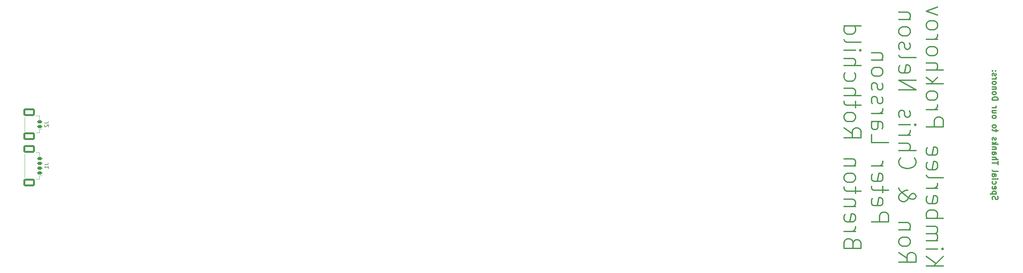
<source format=gbo>
G04 #@! TF.GenerationSoftware,KiCad,Pcbnew,(6.0.4-0)*
G04 #@! TF.CreationDate,2022-06-29T10:28:42-05:00*
G04 #@! TF.ProjectId,X-,582d2e6b-6963-4616-945f-706362585858,4*
G04 #@! TF.SameCoordinates,Original*
G04 #@! TF.FileFunction,Legend,Bot*
G04 #@! TF.FilePolarity,Positive*
%FSLAX46Y46*%
G04 Gerber Fmt 4.6, Leading zero omitted, Abs format (unit mm)*
G04 Created by KiCad (PCBNEW (6.0.4-0)) date 2022-06-29 10:28:42*
%MOMM*%
%LPD*%
G01*
G04 APERTURE LIST*
G04 Aperture macros list*
%AMRoundRect*
0 Rectangle with rounded corners*
0 $1 Rounding radius*
0 $2 $3 $4 $5 $6 $7 $8 $9 X,Y pos of 4 corners*
0 Add a 4 corners polygon primitive as box body*
4,1,4,$2,$3,$4,$5,$6,$7,$8,$9,$2,$3,0*
0 Add four circle primitives for the rounded corners*
1,1,$1+$1,$2,$3*
1,1,$1+$1,$4,$5*
1,1,$1+$1,$6,$7*
1,1,$1+$1,$8,$9*
0 Add four rect primitives between the rounded corners*
20,1,$1+$1,$2,$3,$4,$5,0*
20,1,$1+$1,$4,$5,$6,$7,0*
20,1,$1+$1,$6,$7,$8,$9,0*
20,1,$1+$1,$8,$9,$2,$3,0*%
G04 Aperture macros list end*
%ADD10C,0.300000*%
%ADD11C,0.150000*%
%ADD12C,0.120000*%
%ADD13RoundRect,0.200000X0.450000X-0.200000X0.450000X0.200000X-0.450000X0.200000X-0.450000X-0.200000X0*%
%ADD14RoundRect,0.250000X1.250000X-0.800000X1.250000X0.800000X-1.250000X0.800000X-1.250000X-0.800000X0*%
G04 APERTURE END LIST*
D10*
X346102857Y-158041428D02*
X346031428Y-157827142D01*
X346031428Y-157470000D01*
X346102857Y-157327142D01*
X346174285Y-157255714D01*
X346317142Y-157184285D01*
X346460000Y-157184285D01*
X346602857Y-157255714D01*
X346674285Y-157327142D01*
X346745714Y-157470000D01*
X346817142Y-157755714D01*
X346888571Y-157898571D01*
X346960000Y-157970000D01*
X347102857Y-158041428D01*
X347245714Y-158041428D01*
X347388571Y-157970000D01*
X347460000Y-157898571D01*
X347531428Y-157755714D01*
X347531428Y-157398571D01*
X347460000Y-157184285D01*
X347031428Y-156541428D02*
X345531428Y-156541428D01*
X346960000Y-156541428D02*
X347031428Y-156398571D01*
X347031428Y-156112857D01*
X346960000Y-155970000D01*
X346888571Y-155898571D01*
X346745714Y-155827142D01*
X346317142Y-155827142D01*
X346174285Y-155898571D01*
X346102857Y-155970000D01*
X346031428Y-156112857D01*
X346031428Y-156398571D01*
X346102857Y-156541428D01*
X346102857Y-154612857D02*
X346031428Y-154755714D01*
X346031428Y-155041428D01*
X346102857Y-155184285D01*
X346245714Y-155255714D01*
X346817142Y-155255714D01*
X346960000Y-155184285D01*
X347031428Y-155041428D01*
X347031428Y-154755714D01*
X346960000Y-154612857D01*
X346817142Y-154541428D01*
X346674285Y-154541428D01*
X346531428Y-155255714D01*
X346102857Y-153255714D02*
X346031428Y-153398571D01*
X346031428Y-153684285D01*
X346102857Y-153827142D01*
X346174285Y-153898571D01*
X346317142Y-153970000D01*
X346745714Y-153970000D01*
X346888571Y-153898571D01*
X346960000Y-153827142D01*
X347031428Y-153684285D01*
X347031428Y-153398571D01*
X346960000Y-153255714D01*
X346031428Y-152612857D02*
X347031428Y-152612857D01*
X347531428Y-152612857D02*
X347460000Y-152684285D01*
X347388571Y-152612857D01*
X347460000Y-152541428D01*
X347531428Y-152612857D01*
X347388571Y-152612857D01*
X346031428Y-151255714D02*
X346817142Y-151255714D01*
X346960000Y-151327142D01*
X347031428Y-151470000D01*
X347031428Y-151755714D01*
X346960000Y-151898571D01*
X346102857Y-151255714D02*
X346031428Y-151398571D01*
X346031428Y-151755714D01*
X346102857Y-151898571D01*
X346245714Y-151970000D01*
X346388571Y-151970000D01*
X346531428Y-151898571D01*
X346602857Y-151755714D01*
X346602857Y-151398571D01*
X346674285Y-151255714D01*
X346031428Y-150327142D02*
X346102857Y-150470000D01*
X346245714Y-150541428D01*
X347531428Y-150541428D01*
X347531428Y-148827142D02*
X347531428Y-147970000D01*
X346031428Y-148398571D02*
X347531428Y-148398571D01*
X346031428Y-147470000D02*
X347531428Y-147470000D01*
X346031428Y-146827142D02*
X346817142Y-146827142D01*
X346960000Y-146898571D01*
X347031428Y-147041428D01*
X347031428Y-147255714D01*
X346960000Y-147398571D01*
X346888571Y-147470000D01*
X346031428Y-145470000D02*
X346817142Y-145470000D01*
X346960000Y-145541428D01*
X347031428Y-145684285D01*
X347031428Y-145970000D01*
X346960000Y-146112857D01*
X346102857Y-145470000D02*
X346031428Y-145612857D01*
X346031428Y-145970000D01*
X346102857Y-146112857D01*
X346245714Y-146184285D01*
X346388571Y-146184285D01*
X346531428Y-146112857D01*
X346602857Y-145970000D01*
X346602857Y-145612857D01*
X346674285Y-145470000D01*
X347031428Y-144755714D02*
X346031428Y-144755714D01*
X346888571Y-144755714D02*
X346960000Y-144684285D01*
X347031428Y-144541428D01*
X347031428Y-144327142D01*
X346960000Y-144184285D01*
X346817142Y-144112857D01*
X346031428Y-144112857D01*
X346031428Y-143398571D02*
X347531428Y-143398571D01*
X346602857Y-143255714D02*
X346031428Y-142827142D01*
X347031428Y-142827142D02*
X346460000Y-143398571D01*
X346102857Y-142255714D02*
X346031428Y-142112857D01*
X346031428Y-141827142D01*
X346102857Y-141684285D01*
X346245714Y-141612857D01*
X346317142Y-141612857D01*
X346460000Y-141684285D01*
X346531428Y-141827142D01*
X346531428Y-142041428D01*
X346602857Y-142184285D01*
X346745714Y-142255714D01*
X346817142Y-142255714D01*
X346960000Y-142184285D01*
X347031428Y-142041428D01*
X347031428Y-141827142D01*
X346960000Y-141684285D01*
X347031428Y-140041428D02*
X347031428Y-139470000D01*
X347531428Y-139827142D02*
X346245714Y-139827142D01*
X346102857Y-139755714D01*
X346031428Y-139612857D01*
X346031428Y-139470000D01*
X346031428Y-138755714D02*
X346102857Y-138898571D01*
X346174285Y-138970000D01*
X346317142Y-139041428D01*
X346745714Y-139041428D01*
X346888571Y-138970000D01*
X346960000Y-138898571D01*
X347031428Y-138755714D01*
X347031428Y-138541428D01*
X346960000Y-138398571D01*
X346888571Y-138327142D01*
X346745714Y-138255714D01*
X346317142Y-138255714D01*
X346174285Y-138327142D01*
X346102857Y-138398571D01*
X346031428Y-138541428D01*
X346031428Y-138755714D01*
X346031428Y-136255714D02*
X346102857Y-136398571D01*
X346174285Y-136470000D01*
X346317142Y-136541428D01*
X346745714Y-136541428D01*
X346888571Y-136470000D01*
X346960000Y-136398571D01*
X347031428Y-136255714D01*
X347031428Y-136041428D01*
X346960000Y-135898571D01*
X346888571Y-135827142D01*
X346745714Y-135755714D01*
X346317142Y-135755714D01*
X346174285Y-135827142D01*
X346102857Y-135898571D01*
X346031428Y-136041428D01*
X346031428Y-136255714D01*
X347031428Y-134470000D02*
X346031428Y-134470000D01*
X347031428Y-135112857D02*
X346245714Y-135112857D01*
X346102857Y-135041428D01*
X346031428Y-134898571D01*
X346031428Y-134684285D01*
X346102857Y-134541428D01*
X346174285Y-134470000D01*
X346031428Y-133755714D02*
X347031428Y-133755714D01*
X346745714Y-133755714D02*
X346888571Y-133684285D01*
X346960000Y-133612857D01*
X347031428Y-133470000D01*
X347031428Y-133327142D01*
X346031428Y-131684285D02*
X347531428Y-131684285D01*
X347531428Y-131327142D01*
X347460000Y-131112857D01*
X347317142Y-130970000D01*
X347174285Y-130898571D01*
X346888571Y-130827142D01*
X346674285Y-130827142D01*
X346388571Y-130898571D01*
X346245714Y-130970000D01*
X346102857Y-131112857D01*
X346031428Y-131327142D01*
X346031428Y-131684285D01*
X346031428Y-129970000D02*
X346102857Y-130112857D01*
X346174285Y-130184285D01*
X346317142Y-130255714D01*
X346745714Y-130255714D01*
X346888571Y-130184285D01*
X346960000Y-130112857D01*
X347031428Y-129970000D01*
X347031428Y-129755714D01*
X346960000Y-129612857D01*
X346888571Y-129541428D01*
X346745714Y-129470000D01*
X346317142Y-129470000D01*
X346174285Y-129541428D01*
X346102857Y-129612857D01*
X346031428Y-129755714D01*
X346031428Y-129970000D01*
X347031428Y-128827142D02*
X346031428Y-128827142D01*
X346888571Y-128827142D02*
X346960000Y-128755714D01*
X347031428Y-128612857D01*
X347031428Y-128398571D01*
X346960000Y-128255714D01*
X346817142Y-128184285D01*
X346031428Y-128184285D01*
X346031428Y-127255714D02*
X346102857Y-127398571D01*
X346174285Y-127470000D01*
X346317142Y-127541428D01*
X346745714Y-127541428D01*
X346888571Y-127470000D01*
X346960000Y-127398571D01*
X347031428Y-127255714D01*
X347031428Y-127041428D01*
X346960000Y-126898571D01*
X346888571Y-126827142D01*
X346745714Y-126755714D01*
X346317142Y-126755714D01*
X346174285Y-126827142D01*
X346102857Y-126898571D01*
X346031428Y-127041428D01*
X346031428Y-127255714D01*
X346031428Y-126112857D02*
X347031428Y-126112857D01*
X346745714Y-126112857D02*
X346888571Y-126041428D01*
X346960000Y-125970000D01*
X347031428Y-125827142D01*
X347031428Y-125684285D01*
X346102857Y-125255714D02*
X346031428Y-125112857D01*
X346031428Y-124827142D01*
X346102857Y-124684285D01*
X346245714Y-124612857D01*
X346317142Y-124612857D01*
X346460000Y-124684285D01*
X346531428Y-124827142D01*
X346531428Y-125041428D01*
X346602857Y-125184285D01*
X346745714Y-125255714D01*
X346817142Y-125255714D01*
X346960000Y-125184285D01*
X347031428Y-125041428D01*
X347031428Y-124827142D01*
X346960000Y-124684285D01*
X346174285Y-123970000D02*
X346102857Y-123898571D01*
X346031428Y-123970000D01*
X346102857Y-124041428D01*
X346174285Y-123970000D01*
X346031428Y-123970000D01*
X346960000Y-123970000D02*
X346888571Y-123898571D01*
X346817142Y-123970000D01*
X346888571Y-124041428D01*
X346960000Y-123970000D01*
X346817142Y-123970000D01*
X328561785Y-175621428D02*
X333061785Y-175621428D01*
X328561785Y-173050000D02*
X331133214Y-174978571D01*
X333061785Y-173050000D02*
X330490357Y-175621428D01*
X328561785Y-171121428D02*
X331561785Y-171121428D01*
X333061785Y-171121428D02*
X332847500Y-171335714D01*
X332633214Y-171121428D01*
X332847500Y-170907142D01*
X333061785Y-171121428D01*
X332633214Y-171121428D01*
X328561785Y-168978571D02*
X331561785Y-168978571D01*
X331133214Y-168978571D02*
X331347500Y-168764285D01*
X331561785Y-168335714D01*
X331561785Y-167692857D01*
X331347500Y-167264285D01*
X330918928Y-167050000D01*
X328561785Y-167050000D01*
X330918928Y-167050000D02*
X331347500Y-166835714D01*
X331561785Y-166407142D01*
X331561785Y-165764285D01*
X331347500Y-165335714D01*
X330918928Y-165121428D01*
X328561785Y-165121428D01*
X328561785Y-162978571D02*
X333061785Y-162978571D01*
X331347500Y-162978571D02*
X331561785Y-162550000D01*
X331561785Y-161692857D01*
X331347500Y-161264285D01*
X331133214Y-161050000D01*
X330704642Y-160835714D01*
X329418928Y-160835714D01*
X328990357Y-161050000D01*
X328776071Y-161264285D01*
X328561785Y-161692857D01*
X328561785Y-162550000D01*
X328776071Y-162978571D01*
X328776071Y-157192857D02*
X328561785Y-157621428D01*
X328561785Y-158478571D01*
X328776071Y-158907142D01*
X329204642Y-159121428D01*
X330918928Y-159121428D01*
X331347500Y-158907142D01*
X331561785Y-158478571D01*
X331561785Y-157621428D01*
X331347500Y-157192857D01*
X330918928Y-156978571D01*
X330490357Y-156978571D01*
X330061785Y-159121428D01*
X328561785Y-155050000D02*
X331561785Y-155050000D01*
X330704642Y-155050000D02*
X331133214Y-154835714D01*
X331347500Y-154621428D01*
X331561785Y-154192857D01*
X331561785Y-153764285D01*
X328561785Y-151621428D02*
X328776071Y-152050000D01*
X329204642Y-152264285D01*
X333061785Y-152264285D01*
X328776071Y-148192857D02*
X328561785Y-148621428D01*
X328561785Y-149478571D01*
X328776071Y-149907142D01*
X329204642Y-150121428D01*
X330918928Y-150121428D01*
X331347500Y-149907142D01*
X331561785Y-149478571D01*
X331561785Y-148621428D01*
X331347500Y-148192857D01*
X330918928Y-147978571D01*
X330490357Y-147978571D01*
X330061785Y-150121428D01*
X328776071Y-144335714D02*
X328561785Y-144764285D01*
X328561785Y-145621428D01*
X328776071Y-146050000D01*
X329204642Y-146264285D01*
X330918928Y-146264285D01*
X331347500Y-146050000D01*
X331561785Y-145621428D01*
X331561785Y-144764285D01*
X331347500Y-144335714D01*
X330918928Y-144121428D01*
X330490357Y-144121428D01*
X330061785Y-146264285D01*
X328561785Y-138764285D02*
X333061785Y-138764285D01*
X333061785Y-137050000D01*
X332847500Y-136621428D01*
X332633214Y-136407142D01*
X332204642Y-136192857D01*
X331561785Y-136192857D01*
X331133214Y-136407142D01*
X330918928Y-136621428D01*
X330704642Y-137050000D01*
X330704642Y-138764285D01*
X328561785Y-134264285D02*
X331561785Y-134264285D01*
X330704642Y-134264285D02*
X331133214Y-134050000D01*
X331347500Y-133835714D01*
X331561785Y-133407142D01*
X331561785Y-132978571D01*
X328561785Y-130835714D02*
X328776071Y-131264285D01*
X328990357Y-131478571D01*
X329418928Y-131692857D01*
X330704642Y-131692857D01*
X331133214Y-131478571D01*
X331347500Y-131264285D01*
X331561785Y-130835714D01*
X331561785Y-130192857D01*
X331347500Y-129764285D01*
X331133214Y-129550000D01*
X330704642Y-129335714D01*
X329418928Y-129335714D01*
X328990357Y-129550000D01*
X328776071Y-129764285D01*
X328561785Y-130192857D01*
X328561785Y-130835714D01*
X328561785Y-127407142D02*
X333061785Y-127407142D01*
X330276071Y-126978571D02*
X328561785Y-125692857D01*
X331561785Y-125692857D02*
X329847500Y-127407142D01*
X328561785Y-123764285D02*
X333061785Y-123764285D01*
X328561785Y-121835714D02*
X330918928Y-121835714D01*
X331347500Y-122050000D01*
X331561785Y-122478571D01*
X331561785Y-123121428D01*
X331347500Y-123550000D01*
X331133214Y-123764285D01*
X328561785Y-119050000D02*
X328776071Y-119478571D01*
X328990357Y-119692857D01*
X329418928Y-119907142D01*
X330704642Y-119907142D01*
X331133214Y-119692857D01*
X331347500Y-119478571D01*
X331561785Y-119050000D01*
X331561785Y-118407142D01*
X331347500Y-117978571D01*
X331133214Y-117764285D01*
X330704642Y-117550000D01*
X329418928Y-117550000D01*
X328990357Y-117764285D01*
X328776071Y-117978571D01*
X328561785Y-118407142D01*
X328561785Y-119050000D01*
X328561785Y-115621428D02*
X331561785Y-115621428D01*
X330704642Y-115621428D02*
X331133214Y-115407142D01*
X331347500Y-115192857D01*
X331561785Y-114764285D01*
X331561785Y-114335714D01*
X328561785Y-112192857D02*
X328776071Y-112621428D01*
X328990357Y-112835714D01*
X329418928Y-113050000D01*
X330704642Y-113050000D01*
X331133214Y-112835714D01*
X331347500Y-112621428D01*
X331561785Y-112192857D01*
X331561785Y-111550000D01*
X331347500Y-111121428D01*
X331133214Y-110907142D01*
X330704642Y-110692857D01*
X329418928Y-110692857D01*
X328990357Y-110907142D01*
X328776071Y-111121428D01*
X328561785Y-111550000D01*
X328561785Y-112192857D01*
X331561785Y-109192857D02*
X328561785Y-108121428D01*
X331561785Y-107050000D01*
X321316785Y-172085714D02*
X323459642Y-173585714D01*
X321316785Y-174657142D02*
X325816785Y-174657142D01*
X325816785Y-172942857D01*
X325602500Y-172514285D01*
X325388214Y-172300000D01*
X324959642Y-172085714D01*
X324316785Y-172085714D01*
X323888214Y-172300000D01*
X323673928Y-172514285D01*
X323459642Y-172942857D01*
X323459642Y-174657142D01*
X321316785Y-169514285D02*
X321531071Y-169942857D01*
X321745357Y-170157142D01*
X322173928Y-170371428D01*
X323459642Y-170371428D01*
X323888214Y-170157142D01*
X324102500Y-169942857D01*
X324316785Y-169514285D01*
X324316785Y-168871428D01*
X324102500Y-168442857D01*
X323888214Y-168228571D01*
X323459642Y-168014285D01*
X322173928Y-168014285D01*
X321745357Y-168228571D01*
X321531071Y-168442857D01*
X321316785Y-168871428D01*
X321316785Y-169514285D01*
X324316785Y-166085714D02*
X321316785Y-166085714D01*
X323888214Y-166085714D02*
X324102500Y-165871428D01*
X324316785Y-165442857D01*
X324316785Y-164800000D01*
X324102500Y-164371428D01*
X323673928Y-164157142D01*
X321316785Y-164157142D01*
X321316785Y-154942857D02*
X321316785Y-155157142D01*
X321531071Y-155585714D01*
X322173928Y-156228571D01*
X323459642Y-157300000D01*
X324102500Y-157728571D01*
X324745357Y-157942857D01*
X325173928Y-157942857D01*
X325602500Y-157728571D01*
X325816785Y-157300000D01*
X325816785Y-157085714D01*
X325602500Y-156657142D01*
X325173928Y-156442857D01*
X324959642Y-156442857D01*
X324531071Y-156657142D01*
X324316785Y-156871428D01*
X323459642Y-158157142D01*
X323245357Y-158371428D01*
X322816785Y-158585714D01*
X322173928Y-158585714D01*
X321745357Y-158371428D01*
X321531071Y-158157142D01*
X321316785Y-157728571D01*
X321316785Y-157085714D01*
X321531071Y-156657142D01*
X321745357Y-156442857D01*
X322602500Y-155800000D01*
X323245357Y-155585714D01*
X323673928Y-155585714D01*
X321745357Y-147014285D02*
X321531071Y-147228571D01*
X321316785Y-147871428D01*
X321316785Y-148300000D01*
X321531071Y-148942857D01*
X321959642Y-149371428D01*
X322388214Y-149585714D01*
X323245357Y-149800000D01*
X323888214Y-149800000D01*
X324745357Y-149585714D01*
X325173928Y-149371428D01*
X325602500Y-148942857D01*
X325816785Y-148300000D01*
X325816785Y-147871428D01*
X325602500Y-147228571D01*
X325388214Y-147014285D01*
X321316785Y-145085714D02*
X325816785Y-145085714D01*
X321316785Y-143157142D02*
X323673928Y-143157142D01*
X324102500Y-143371428D01*
X324316785Y-143800000D01*
X324316785Y-144442857D01*
X324102500Y-144871428D01*
X323888214Y-145085714D01*
X321316785Y-141014285D02*
X324316785Y-141014285D01*
X323459642Y-141014285D02*
X323888214Y-140800000D01*
X324102500Y-140585714D01*
X324316785Y-140157142D01*
X324316785Y-139728571D01*
X321316785Y-138228571D02*
X324316785Y-138228571D01*
X325816785Y-138228571D02*
X325602500Y-138442857D01*
X325388214Y-138228571D01*
X325602500Y-138014285D01*
X325816785Y-138228571D01*
X325388214Y-138228571D01*
X321531071Y-136300000D02*
X321316785Y-135871428D01*
X321316785Y-135014285D01*
X321531071Y-134585714D01*
X321959642Y-134371428D01*
X322173928Y-134371428D01*
X322602500Y-134585714D01*
X322816785Y-135014285D01*
X322816785Y-135657142D01*
X323031071Y-136085714D01*
X323459642Y-136300000D01*
X323673928Y-136300000D01*
X324102500Y-136085714D01*
X324316785Y-135657142D01*
X324316785Y-135014285D01*
X324102500Y-134585714D01*
X321316785Y-129014285D02*
X325816785Y-129014285D01*
X321316785Y-126442857D01*
X325816785Y-126442857D01*
X321531071Y-122585714D02*
X321316785Y-123014285D01*
X321316785Y-123871428D01*
X321531071Y-124300000D01*
X321959642Y-124514285D01*
X323673928Y-124514285D01*
X324102500Y-124300000D01*
X324316785Y-123871428D01*
X324316785Y-123014285D01*
X324102500Y-122585714D01*
X323673928Y-122371428D01*
X323245357Y-122371428D01*
X322816785Y-124514285D01*
X321316785Y-119800000D02*
X321531071Y-120228571D01*
X321959642Y-120442857D01*
X325816785Y-120442857D01*
X321531071Y-118300000D02*
X321316785Y-117871428D01*
X321316785Y-117014285D01*
X321531071Y-116585714D01*
X321959642Y-116371428D01*
X322173928Y-116371428D01*
X322602500Y-116585714D01*
X322816785Y-117014285D01*
X322816785Y-117657142D01*
X323031071Y-118085714D01*
X323459642Y-118300000D01*
X323673928Y-118300000D01*
X324102500Y-118085714D01*
X324316785Y-117657142D01*
X324316785Y-117014285D01*
X324102500Y-116585714D01*
X321316785Y-113800000D02*
X321531071Y-114228571D01*
X321745357Y-114442857D01*
X322173928Y-114657142D01*
X323459642Y-114657142D01*
X323888214Y-114442857D01*
X324102500Y-114228571D01*
X324316785Y-113800000D01*
X324316785Y-113157142D01*
X324102500Y-112728571D01*
X323888214Y-112514285D01*
X323459642Y-112300000D01*
X322173928Y-112300000D01*
X321745357Y-112514285D01*
X321531071Y-112728571D01*
X321316785Y-113157142D01*
X321316785Y-113800000D01*
X324316785Y-110371428D02*
X321316785Y-110371428D01*
X323888214Y-110371428D02*
X324102500Y-110157142D01*
X324316785Y-109728571D01*
X324316785Y-109085714D01*
X324102500Y-108657142D01*
X323673928Y-108442857D01*
X321316785Y-108442857D01*
X314071785Y-163942857D02*
X318571785Y-163942857D01*
X318571785Y-162228571D01*
X318357500Y-161800000D01*
X318143214Y-161585714D01*
X317714642Y-161371428D01*
X317071785Y-161371428D01*
X316643214Y-161585714D01*
X316428928Y-161800000D01*
X316214642Y-162228571D01*
X316214642Y-163942857D01*
X314286071Y-157728571D02*
X314071785Y-158157142D01*
X314071785Y-159014285D01*
X314286071Y-159442857D01*
X314714642Y-159657142D01*
X316428928Y-159657142D01*
X316857500Y-159442857D01*
X317071785Y-159014285D01*
X317071785Y-158157142D01*
X316857500Y-157728571D01*
X316428928Y-157514285D01*
X316000357Y-157514285D01*
X315571785Y-159657142D01*
X317071785Y-156228571D02*
X317071785Y-154514285D01*
X318571785Y-155585714D02*
X314714642Y-155585714D01*
X314286071Y-155371428D01*
X314071785Y-154942857D01*
X314071785Y-154514285D01*
X314286071Y-151300000D02*
X314071785Y-151728571D01*
X314071785Y-152585714D01*
X314286071Y-153014285D01*
X314714642Y-153228571D01*
X316428928Y-153228571D01*
X316857500Y-153014285D01*
X317071785Y-152585714D01*
X317071785Y-151728571D01*
X316857500Y-151300000D01*
X316428928Y-151085714D01*
X316000357Y-151085714D01*
X315571785Y-153228571D01*
X314071785Y-149157142D02*
X317071785Y-149157142D01*
X316214642Y-149157142D02*
X316643214Y-148942857D01*
X316857500Y-148728571D01*
X317071785Y-148300000D01*
X317071785Y-147871428D01*
X314071785Y-140800000D02*
X314071785Y-142942857D01*
X318571785Y-142942857D01*
X314071785Y-137371428D02*
X316428928Y-137371428D01*
X316857500Y-137585714D01*
X317071785Y-138014285D01*
X317071785Y-138871428D01*
X316857500Y-139300000D01*
X314286071Y-137371428D02*
X314071785Y-137800000D01*
X314071785Y-138871428D01*
X314286071Y-139300000D01*
X314714642Y-139514285D01*
X315143214Y-139514285D01*
X315571785Y-139300000D01*
X315786071Y-138871428D01*
X315786071Y-137800000D01*
X316000357Y-137371428D01*
X314071785Y-135228571D02*
X317071785Y-135228571D01*
X316214642Y-135228571D02*
X316643214Y-135014285D01*
X316857500Y-134800000D01*
X317071785Y-134371428D01*
X317071785Y-133942857D01*
X314286071Y-132657142D02*
X314071785Y-132228571D01*
X314071785Y-131371428D01*
X314286071Y-130942857D01*
X314714642Y-130728571D01*
X314928928Y-130728571D01*
X315357500Y-130942857D01*
X315571785Y-131371428D01*
X315571785Y-132014285D01*
X315786071Y-132442857D01*
X316214642Y-132657142D01*
X316428928Y-132657142D01*
X316857500Y-132442857D01*
X317071785Y-132014285D01*
X317071785Y-131371428D01*
X316857500Y-130942857D01*
X314286071Y-129014285D02*
X314071785Y-128585714D01*
X314071785Y-127728571D01*
X314286071Y-127300000D01*
X314714642Y-127085714D01*
X314928928Y-127085714D01*
X315357500Y-127300000D01*
X315571785Y-127728571D01*
X315571785Y-128371428D01*
X315786071Y-128800000D01*
X316214642Y-129014285D01*
X316428928Y-129014285D01*
X316857500Y-128800000D01*
X317071785Y-128371428D01*
X317071785Y-127728571D01*
X316857500Y-127300000D01*
X314071785Y-124514285D02*
X314286071Y-124942857D01*
X314500357Y-125157142D01*
X314928928Y-125371428D01*
X316214642Y-125371428D01*
X316643214Y-125157142D01*
X316857500Y-124942857D01*
X317071785Y-124514285D01*
X317071785Y-123871428D01*
X316857500Y-123442857D01*
X316643214Y-123228571D01*
X316214642Y-123014285D01*
X314928928Y-123014285D01*
X314500357Y-123228571D01*
X314286071Y-123442857D01*
X314071785Y-123871428D01*
X314071785Y-124514285D01*
X317071785Y-121085714D02*
X314071785Y-121085714D01*
X316643214Y-121085714D02*
X316857500Y-120871428D01*
X317071785Y-120442857D01*
X317071785Y-119800000D01*
X316857500Y-119371428D01*
X316428928Y-119157142D01*
X314071785Y-119157142D01*
X309183928Y-169514285D02*
X308969642Y-168871428D01*
X308755357Y-168657142D01*
X308326785Y-168442857D01*
X307683928Y-168442857D01*
X307255357Y-168657142D01*
X307041071Y-168871428D01*
X306826785Y-169300000D01*
X306826785Y-171014285D01*
X311326785Y-171014285D01*
X311326785Y-169514285D01*
X311112500Y-169085714D01*
X310898214Y-168871428D01*
X310469642Y-168657142D01*
X310041071Y-168657142D01*
X309612500Y-168871428D01*
X309398214Y-169085714D01*
X309183928Y-169514285D01*
X309183928Y-171014285D01*
X306826785Y-166514285D02*
X309826785Y-166514285D01*
X308969642Y-166514285D02*
X309398214Y-166300000D01*
X309612500Y-166085714D01*
X309826785Y-165657142D01*
X309826785Y-165228571D01*
X307041071Y-162014285D02*
X306826785Y-162442857D01*
X306826785Y-163300000D01*
X307041071Y-163728571D01*
X307469642Y-163942857D01*
X309183928Y-163942857D01*
X309612500Y-163728571D01*
X309826785Y-163300000D01*
X309826785Y-162442857D01*
X309612500Y-162014285D01*
X309183928Y-161800000D01*
X308755357Y-161800000D01*
X308326785Y-163942857D01*
X309826785Y-159871428D02*
X306826785Y-159871428D01*
X309398214Y-159871428D02*
X309612500Y-159657142D01*
X309826785Y-159228571D01*
X309826785Y-158585714D01*
X309612500Y-158157142D01*
X309183928Y-157942857D01*
X306826785Y-157942857D01*
X309826785Y-156442857D02*
X309826785Y-154728571D01*
X311326785Y-155800000D02*
X307469642Y-155800000D01*
X307041071Y-155585714D01*
X306826785Y-155157142D01*
X306826785Y-154728571D01*
X306826785Y-152585714D02*
X307041071Y-153014285D01*
X307255357Y-153228571D01*
X307683928Y-153442857D01*
X308969642Y-153442857D01*
X309398214Y-153228571D01*
X309612500Y-153014285D01*
X309826785Y-152585714D01*
X309826785Y-151942857D01*
X309612500Y-151514285D01*
X309398214Y-151300000D01*
X308969642Y-151085714D01*
X307683928Y-151085714D01*
X307255357Y-151300000D01*
X307041071Y-151514285D01*
X306826785Y-151942857D01*
X306826785Y-152585714D01*
X309826785Y-149157142D02*
X306826785Y-149157142D01*
X309398214Y-149157142D02*
X309612500Y-148942857D01*
X309826785Y-148514285D01*
X309826785Y-147871428D01*
X309612500Y-147442857D01*
X309183928Y-147228571D01*
X306826785Y-147228571D01*
X306826785Y-139085714D02*
X308969642Y-140585714D01*
X306826785Y-141657142D02*
X311326785Y-141657142D01*
X311326785Y-139942857D01*
X311112500Y-139514285D01*
X310898214Y-139300000D01*
X310469642Y-139085714D01*
X309826785Y-139085714D01*
X309398214Y-139300000D01*
X309183928Y-139514285D01*
X308969642Y-139942857D01*
X308969642Y-141657142D01*
X306826785Y-136514285D02*
X307041071Y-136942857D01*
X307255357Y-137157142D01*
X307683928Y-137371428D01*
X308969642Y-137371428D01*
X309398214Y-137157142D01*
X309612500Y-136942857D01*
X309826785Y-136514285D01*
X309826785Y-135871428D01*
X309612500Y-135442857D01*
X309398214Y-135228571D01*
X308969642Y-135014285D01*
X307683928Y-135014285D01*
X307255357Y-135228571D01*
X307041071Y-135442857D01*
X306826785Y-135871428D01*
X306826785Y-136514285D01*
X309826785Y-133728571D02*
X309826785Y-132014285D01*
X311326785Y-133085714D02*
X307469642Y-133085714D01*
X307041071Y-132871428D01*
X306826785Y-132442857D01*
X306826785Y-132014285D01*
X306826785Y-130514285D02*
X311326785Y-130514285D01*
X306826785Y-128585714D02*
X309183928Y-128585714D01*
X309612500Y-128800000D01*
X309826785Y-129228571D01*
X309826785Y-129871428D01*
X309612500Y-130300000D01*
X309398214Y-130514285D01*
X307041071Y-124514285D02*
X306826785Y-124942857D01*
X306826785Y-125800000D01*
X307041071Y-126228571D01*
X307255357Y-126442857D01*
X307683928Y-126657142D01*
X308969642Y-126657142D01*
X309398214Y-126442857D01*
X309612500Y-126228571D01*
X309826785Y-125800000D01*
X309826785Y-124942857D01*
X309612500Y-124514285D01*
X306826785Y-122585714D02*
X311326785Y-122585714D01*
X306826785Y-120657142D02*
X309183928Y-120657142D01*
X309612500Y-120871428D01*
X309826785Y-121300000D01*
X309826785Y-121942857D01*
X309612500Y-122371428D01*
X309398214Y-122585714D01*
X306826785Y-118514285D02*
X309826785Y-118514285D01*
X311326785Y-118514285D02*
X311112500Y-118728571D01*
X310898214Y-118514285D01*
X311112500Y-118300000D01*
X311326785Y-118514285D01*
X310898214Y-118514285D01*
X306826785Y-115728571D02*
X307041071Y-116157142D01*
X307469642Y-116371428D01*
X311326785Y-116371428D01*
X306826785Y-112085714D02*
X311326785Y-112085714D01*
X307041071Y-112085714D02*
X306826785Y-112514285D01*
X306826785Y-113371428D01*
X307041071Y-113800000D01*
X307255357Y-114014285D01*
X307683928Y-114228571D01*
X308969642Y-114228571D01*
X309398214Y-114014285D01*
X309612500Y-113800000D01*
X309826785Y-113371428D01*
X309826785Y-112514285D01*
X309612500Y-112085714D01*
D11*
X95382380Y-148766666D02*
X96096666Y-148766666D01*
X96239523Y-148719047D01*
X96334761Y-148623809D01*
X96382380Y-148480952D01*
X96382380Y-148385714D01*
X96382380Y-149766666D02*
X96382380Y-149195238D01*
X96382380Y-149480952D02*
X95382380Y-149480952D01*
X95525238Y-149385714D01*
X95620476Y-149290476D01*
X95668095Y-149195238D01*
X95382380Y-137766666D02*
X96096666Y-137766666D01*
X96239523Y-137719047D01*
X96334761Y-137623809D01*
X96382380Y-137480952D01*
X96382380Y-137385714D01*
X95477619Y-138195238D02*
X95430000Y-138242857D01*
X95382380Y-138338095D01*
X95382380Y-138576190D01*
X95430000Y-138671428D01*
X95477619Y-138719047D01*
X95572857Y-138766666D01*
X95668095Y-138766666D01*
X95810952Y-138719047D01*
X96382380Y-138147619D01*
X96382380Y-138766666D01*
D12*
X93090000Y-145615000D02*
X94040000Y-145615000D01*
X90120000Y-152215000D02*
X90120000Y-145985000D01*
X94040000Y-145615000D02*
X94040000Y-146565000D01*
X94040000Y-151635000D02*
X94730000Y-151635000D01*
X94040000Y-152585000D02*
X94040000Y-151635000D01*
X93090000Y-152585000D02*
X94040000Y-152585000D01*
X94040000Y-135865000D02*
X94040000Y-136815000D01*
X94040000Y-140335000D02*
X94040000Y-139385000D01*
X90120000Y-139965000D02*
X90120000Y-136235000D01*
X93090000Y-140335000D02*
X94040000Y-140335000D01*
X94040000Y-139385000D02*
X94730000Y-139385000D01*
X93090000Y-135865000D02*
X94040000Y-135865000D01*
%LPC*%
D13*
X94080000Y-150975000D03*
X94080000Y-149725000D03*
X94080000Y-148475000D03*
X94080000Y-147225000D03*
D14*
X91330000Y-153525000D03*
X91330000Y-144675000D03*
D13*
X94080000Y-138725000D03*
X94080000Y-137475000D03*
D14*
X91330000Y-141275000D03*
X91330000Y-134925000D03*
M02*

</source>
